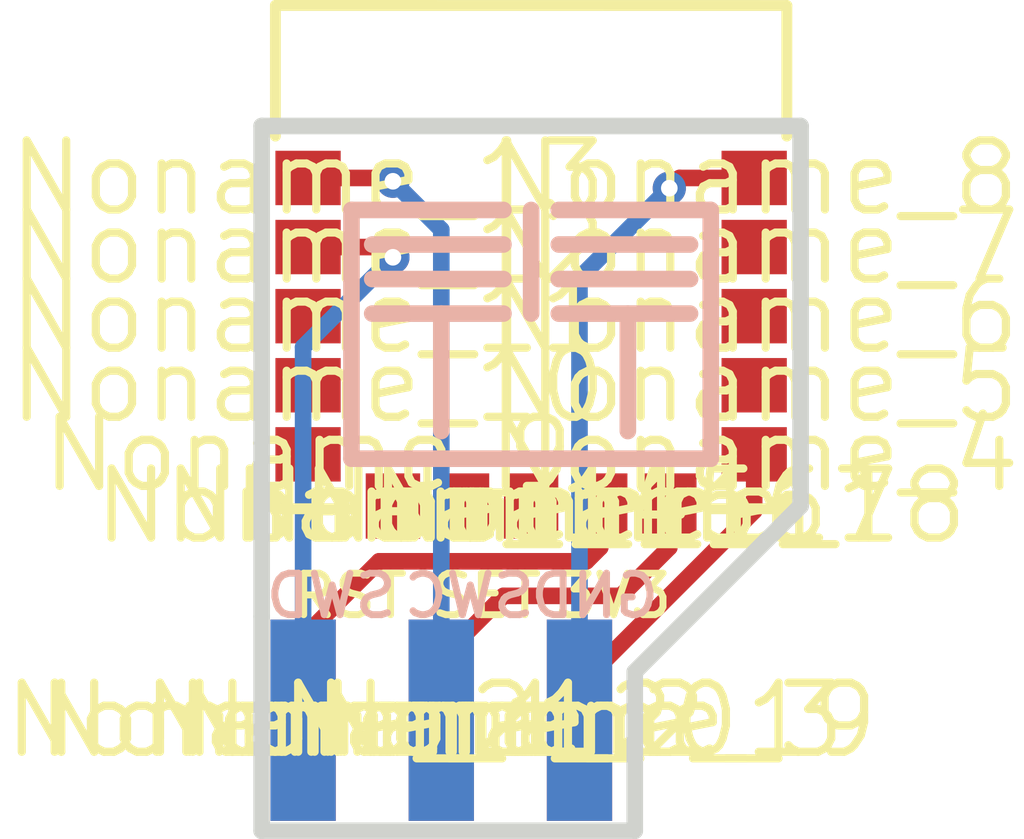
<source format=kicad_pcb>

(kicad_pcb
  (version 20171130)
  (host pcbnew 5.1.6-c6e7f7d~86~ubuntu18.04.1)
  (general
    (thickness 1.6)
    (drawings 21)
    (tracks 28)
    (zones 0)
    (modules 22)
    (nets 7))
  (page A4)
  (layers
    (0 F.Cu signal)
    (31 B.Cu signal)
    (32 B.Adhes user)
    (33 F.Adhes user)
    (34 B.Paste user)
    (35 F.Paste user)
    (36 B.SilkS user)
    (37 F.SilkS user)
    (38 B.Mask user)
    (39 F.Mask user)
    (40 Dwgs.User user)
    (41 Cmts.User user hide)
    (42 Eco1.User user)
    (43 Eco2.User user)
    (44 Edge.Cuts user)
    (45 Margin user)
    (46 B.CrtYd user)
    (47 F.CrtYd user)
    (48 B.Fab user hide)
    (49 F.Fab user hide))
  (setup
    (last_trace_width 0.25)
    (trace_clearance 0.2)
    (zone_clearance 0.508)
    (zone_45_only no)
    (trace_min 0.2)
    (via_size 0.8)
    (via_drill 0.4)
    (via_min_size 0.4)
    (via_min_drill 0.3)
    (uvia_size 0.3)
    (uvia_drill 0.1)
    (uvias_allowed no)
    (uvia_min_size 0.2)
    (uvia_min_drill 0.1)
    (edge_width 0.05)
    (segment_width 0.2)
    (pcb_text_width 0.3)
    (pcb_text_size 1.5 1.5)
    (mod_edge_width 0.12)
    (mod_text_size 1 1)
    (mod_text_width 0.15)
    (pad_size 1.524 1.524)
    (pad_drill 0.762)
    (pad_to_mask_clearance 0.05)
    (aux_axis_origin 0 0)
    (visible_elements FFFFFF7F)
    (pcbplotparams
      (layerselection 0x010fc_ffffffff)
      (usegerberextensions false)
      (usegerberattributes true)
      (usegerberadvancedattributes true)
      (creategerberjobfile true)
      (excludeedgelayer true)
      (linewidth 0.1)
      (plotframeref false)
      (viasonmask false)
      (mode 1)
      (useauxorigin false)
      (hpglpennumber 1)
      (hpglpenspeed 20)
      (hpglpendiameter 15.0)
      (psnegative false)
      (psa4output false)
      (plotreference true)
      (plotvalue true)
      (plotinvisibletext false)
      (padsonsilk false)
      (subtractmaskfromsilk false)
      (outputformat 1)
      (mirror false)
      (drillshape 1)
      (scaleselection 1)
      (outputdirectory "")))
  (net 0 "")
  (net 1 S$354)
  (net 2 S$350)
  (net 3 S$346)
  (net 4 S$340)
  (net 5 S$342)
  (net 6 S$344)
  (net_class Default "This is the default net class."
    (clearance 0.2)
    (trace_width 0.25)
    (via_dia 0.8)
    (via_drill 0.4)
    (uvia_dia 0.3)
    (uvia_drill 0.1)
    (add_net S$340)
    (add_net S$342)
    (add_net S$344)
    (add_net S$346)
    (add_net S$350)
    (add_net S$354))
  (module AutoGenerated:Pad_3.70mm
    (layer F.Cu)
    (tedit 0)
    (tstamp 0)
    (at 37.846 46.228)
    (attr virtual)
    (fp_text reference Noname_21
      (at 0 0)
      (layer F.SilkS)
      (effects
        (font
          (size 1.27 1.27)
          (thickness 0.15))))
    (fp_text value ""
      (at 0 0)
      (layer F.SilkS)
      (effects
        (font
          (size 1.27 1.27)
          (thickness 0.15))))
    (pad 1 smd rect
      (at 0 0 90)
      (size 3.7 1.2)
      (layers F.Cu F.Paste F.Mask)
      (net 4 S$340)))
  (module AutoGenerated:Pad_3.70mm
    (layer F.Cu)
    (tedit 0)
    (tstamp 0)
    (at 40.386 46.228)
    (attr virtual)
    (fp_text reference Noname_20
      (at 0 0)
      (layer F.SilkS)
      (effects
        (font
          (size 1.27 1.27)
          (thickness 0.15))))
    (fp_text value ""
      (at 0 0)
      (layer F.SilkS)
      (effects
        (font
          (size 1.27 1.27)
          (thickness 0.15))))
    (pad 1 smd rect
      (at 0 0 90)
      (size 3.7 1.2)
      (layers F.Cu F.Paste F.Mask)
      (net 5 S$342)))
  (module AutoGenerated:Pad_3.70mm
    (layer F.Cu)
    (tedit 0)
    (tstamp 0)
    (at 42.926 46.228)
    (attr virtual)
    (fp_text reference Noname_19
      (at 0 0)
      (layer F.SilkS)
      (effects
        (font
          (size 1.27 1.27)
          (thickness 0.15))))
    (fp_text value ""
      (at 0 0)
      (layer F.SilkS)
      (effects
        (font
          (size 1.27 1.27)
          (thickness 0.15))))
    (pad 1 smd rect
      (at 0 0 90)
      (size 3.7 1.2)
      (layers F.Cu F.Paste F.Mask)
      (net 6 S$344)))
  (module AutoGenerated:Pad_1.20mm
    (layer F.Cu)
    (tedit 0)
    (tstamp 0)
    (at 44.577 42.291)
    (attr virtual)
    (fp_text reference Noname_18
      (at 0 0)
      (layer F.SilkS)
      (effects
        (font
          (size 1.27 1.27)
          (thickness 0.15))))
    (fp_text value ""
      (at 0 0)
      (layer F.SilkS)
      (effects
        (font
          (size 1.27 1.27)
          (thickness 0.15))))
    (pad 15 smd rect
      (at 0 0 270)
      (size 1.2 1)
      (layers F.Cu F.Paste F.Mask)
      (net 5 S$342)))
  (module AutoGenerated:Pad_1.20mm
    (layer F.Cu)
    (tedit 0)
    (tstamp 0)
    (at 43.307 42.291)
    (attr virtual)
    (fp_text reference Noname_17
      (at 0 0)
      (layer F.SilkS)
      (effects
        (font
          (size 1.27 1.27)
          (thickness 0.15))))
    (fp_text value ""
      (at 0 0)
      (layer F.SilkS)
      (effects
        (font
          (size 1.27 1.27)
          (thickness 0.15))))
    (pad 14 smd rect
      (at 0 0 270)
      (size 1.2 1)
      (layers F.Cu F.Paste F.Mask)
      (net 4 S$340)))
  (module AutoGenerated:Pad_1.20mm
    (layer F.Cu)
    (tedit 0)
    (tstamp 0)
    (at 42.037 42.291)
    (attr virtual)
    (fp_text reference Noname_16
      (at 0 0)
      (layer F.SilkS)
      (effects
        (font
          (size 1.27 1.27)
          (thickness 0.15))))
    (fp_text value ""
      (at 0 0)
      (layer F.SilkS)
      (effects
        (font
          (size 1.27 1.27)
          (thickness 0.15))))
    (pad 13 smd rect
      (at 0 0 270)
      (size 1.2 1)
      (layers F.Cu F.Paste F.Mask)))
  (module AutoGenerated:Pad_1.20mm
    (layer F.Cu)
    (tedit 0)
    (tstamp 0)
    (at 40.767 42.291)
    (attr virtual)
    (fp_text reference Noname_15
      (at 0 0)
      (layer F.SilkS)
      (effects
        (font
          (size 1.27 1.27)
          (thickness 0.15))))
    (fp_text value ""
      (at 0 0)
      (layer F.SilkS)
      (effects
        (font
          (size 1.27 1.27)
          (thickness 0.15))))
    (pad 12 smd rect
      (at 0 0 270)
      (size 1.2 1)
      (layers F.Cu F.Paste F.Mask)))
  (module AutoGenerated:Pad_1.20mm
    (layer F.Cu)
    (tedit 0)
    (tstamp 0)
    (at 39.497 42.291)
    (attr virtual)
    (fp_text reference Noname_14
      (at 0 0)
      (layer F.SilkS)
      (effects
        (font
          (size 1.27 1.27)
          (thickness 0.15))))
    (fp_text value ""
      (at 0 0)
      (layer F.SilkS)
      (effects
        (font
          (size 1.27 1.27)
          (thickness 0.15))))
    (pad 11 smd rect
      (at 0 0 270)
      (size 1.2 1)
      (layers F.Cu F.Paste F.Mask)))
  (module AutoGenerated:Pad_1.20mm
    (layer F.Cu)
    (tedit 0)
    (tstamp 0)
    (at 37.937 36.261)
    (attr virtual)
    (fp_text reference Noname_13
      (at 0 0)
      (layer F.SilkS)
      (effects
        (font
          (size 1.27 1.27)
          (thickness 0.15))))
    (fp_text value ""
      (at 0 0)
      (layer F.SilkS)
      (effects
        (font
          (size 1.27 1.27)
          (thickness 0.15))))
    (pad 1 smd rect
      (at 0 0)
      (size 1.2 1)
      (layers F.Cu F.Paste F.Mask)
      (net 2 S$350)))
  (module AutoGenerated:Pad_1.20mm
    (layer F.Cu)
    (tedit 0)
    (tstamp 0)
    (at 37.937 37.531)
    (attr virtual)
    (fp_text reference Noname_12
      (at 0 0)
      (layer F.SilkS)
      (effects
        (font
          (size 1.27 1.27)
          (thickness 0.15))))
    (fp_text value ""
      (at 0 0)
      (layer F.SilkS)
      (effects
        (font
          (size 1.27 1.27)
          (thickness 0.15))))
    (pad 2 smd rect
      (at 0 0)
      (size 1.2 1)
      (layers F.Cu F.Paste F.Mask)
      (net 3 S$346)))
  (module AutoGenerated:Pad_1.20mm
    (layer F.Cu)
    (tedit 0)
    (tstamp 0)
    (at 37.937 38.801)
    (attr virtual)
    (fp_text reference Noname_11
      (at 0 0)
      (layer F.SilkS)
      (effects
        (font
          (size 1.27 1.27)
          (thickness 0.15))))
    (fp_text value ""
      (at 0 0)
      (layer F.SilkS)
      (effects
        (font
          (size 1.27 1.27)
          (thickness 0.15))))
    (pad 3 smd rect
      (at 0 0)
      (size 1.2 1)
      (layers F.Cu F.Paste F.Mask)))
  (module AutoGenerated:Pad_1.20mm
    (layer F.Cu)
    (tedit 0)
    (tstamp 0)
    (at 37.937 40.071)
    (attr virtual)
    (fp_text reference Noname_10
      (at 0 0)
      (layer F.SilkS)
      (effects
        (font
          (size 1.27 1.27)
          (thickness 0.15))))
    (fp_text value ""
      (at 0 0)
      (layer F.SilkS)
      (effects
        (font
          (size 1.27 1.27)
          (thickness 0.15))))
    (pad 4 smd rect
      (at 0 0)
      (size 1.2 1)
      (layers F.Cu F.Paste F.Mask)))
  (module AutoGenerated:Pad_1.20mm
    (layer F.Cu)
    (tedit 0)
    (tstamp 0)
    (at 37.937 41.341)
    (attr virtual)
    (fp_text reference Noname_9
      (at 0 0)
      (layer F.SilkS)
      (effects
        (font
          (size 1.27 1.27)
          (thickness 0.15))))
    (fp_text value ""
      (at 0 0)
      (layer F.SilkS)
      (effects
        (font
          (size 1.27 1.27)
          (thickness 0.15))))
    (pad 5 smd rect
      (at 0 0)
      (size 1.2 1)
      (layers F.Cu F.Paste F.Mask))
    (model ${KIPRJMOD}/models/Holyiot_TinyBLE_nRF52832.stp
      (offset
        (xyz -0.6 -1.25 0.4))
      (scale
        (xyz 1 1 1))
      (rotate
        (xyz 0 0 0))))
  (module AutoGenerated:Pad_1.20mm
    (layer F.Cu)
    (tedit 0)
    (tstamp 0)
    (at 46.137 36.261)
    (attr virtual)
    (fp_text reference Noname_8
      (at 0 0)
      (layer F.SilkS)
      (effects
        (font
          (size 1.27 1.27)
          (thickness 0.15))))
    (fp_text value ""
      (at 0 0)
      (layer F.SilkS)
      (effects
        (font
          (size 1.27 1.27)
          (thickness 0.15))))
    (pad 6 smd rect
      (at 0 0)
      (size 1.2 1)
      (layers F.Cu F.Paste F.Mask)
      (net 1 S$354)))
  (module AutoGenerated:Pad_1.20mm
    (layer F.Cu)
    (tedit 0)
    (tstamp 0)
    (at 46.137 37.531)
    (attr virtual)
    (fp_text reference Noname_7
      (at 0 0)
      (layer F.SilkS)
      (effects
        (font
          (size 1.27 1.27)
          (thickness 0.15))))
    (fp_text value ""
      (at 0 0)
      (layer F.SilkS)
      (effects
        (font
          (size 1.27 1.27)
          (thickness 0.15))))
    (pad 7 smd rect
      (at 0 0)
      (size 1.2 1)
      (layers F.Cu F.Paste F.Mask)))
  (module AutoGenerated:Pad_1.20mm
    (layer F.Cu)
    (tedit 0)
    (tstamp 0)
    (at 46.137 38.801)
    (attr virtual)
    (fp_text reference Noname_6
      (at 0 0)
      (layer F.SilkS)
      (effects
        (font
          (size 1.27 1.27)
          (thickness 0.15))))
    (fp_text value ""
      (at 0 0)
      (layer F.SilkS)
      (effects
        (font
          (size 1.27 1.27)
          (thickness 0.15))))
    (pad 8 smd rect
      (at 0 0)
      (size 1.2 1)
      (layers F.Cu F.Paste F.Mask)))
  (module AutoGenerated:Pad_1.20mm
    (layer F.Cu)
    (tedit 0)
    (tstamp 0)
    (at 46.137 40.071)
    (attr virtual)
    (fp_text reference Noname_5
      (at 0 0)
      (layer F.SilkS)
      (effects
        (font
          (size 1.27 1.27)
          (thickness 0.15))))
    (fp_text value ""
      (at 0 0)
      (layer F.SilkS)
      (effects
        (font
          (size 1.27 1.27)
          (thickness 0.15))))
    (pad 9 smd rect
      (at 0 0)
      (size 1.2 1)
      (layers F.Cu F.Paste F.Mask)))
  (module AutoGenerated:Pad_1.20mm
    (layer F.Cu)
    (tedit 0)
    (tstamp 0)
    (at 46.137 41.341)
    (attr virtual)
    (fp_text reference Noname_4
      (at 0 0)
      (layer F.SilkS)
      (effects
        (font
          (size 1.27 1.27)
          (thickness 0.15))))
    (fp_text value ""
      (at 0 0)
      (layer F.SilkS)
      (effects
        (font
          (size 1.27 1.27)
          (thickness 0.15))))
    (pad 10 smd rect
      (at 0 0)
      (size 1.2 1)
      (layers F.Cu F.Paste F.Mask)
      (net 6 S$344)))
  (module AutoGenerated:Pad_3.70mm
    (layer F.Cu)
    (tedit 0)
    (tstamp 0)
    (at 42.926 46.228)
    (attr virtual)
    (fp_text reference Noname_3
      (at 0 0)
      (layer F.SilkS)
      (effects
        (font
          (size 1.27 1.27)
          (thickness 0.15))))
    (fp_text value ""
      (at 0 0)
      (layer F.SilkS)
      (effects
        (font
          (size 1.27 1.27)
          (thickness 0.15))))
    (pad 1 smd rect
      (at 0 0 90)
      (size 3.7 1.2)
      (layers B.Cu B.Paste B.Mask)
      (net 1 S$354)))
  (module AutoGenerated:Pad_3.70mm
    (layer F.Cu)
    (tedit 0)
    (tstamp 0)
    (at 40.386 46.228)
    (attr virtual)
    (fp_text reference Noname_2
      (at 0 0)
      (layer F.SilkS)
      (effects
        (font
          (size 1.27 1.27)
          (thickness 0.15))))
    (fp_text value ""
      (at 0 0)
      (layer F.SilkS)
      (effects
        (font
          (size 1.27 1.27)
          (thickness 0.15))))
    (pad 1 smd rect
      (at 0 0 90)
      (size 3.7 1.2)
      (layers B.Cu B.Paste B.Mask)
      (net 2 S$350)))
  (module AutoGenerated:Pad_3.70mm
    (layer F.Cu)
    (tedit 0)
    (tstamp 0)
    (at 37.846 46.228)
    (attr virtual)
    (fp_text reference Noname_1
      (at 0 0)
      (layer F.SilkS)
      (effects
        (font
          (size 1.27 1.27)
          (thickness 0.15))))
    (fp_text value ""
      (at 0 0)
      (layer F.SilkS)
      (effects
        (font
          (size 1.27 1.27)
          (thickness 0.15))))
    (pad 1 smd rect
      (at 0 0 90)
      (size 3.7 1.2)
      (layers B.Cu B.Paste B.Mask)
      (net 3 S$346)))
  (module easyeda:gge4630
    (layer F.Cu)
    (tedit 0)
    (tstamp 0)
    (at 42.037 37.719)
    (fp_text reference LG1
      (at -1.143 3.048)
      (layer Cmts.User)
      (effects
        (font
          (size 1.143 1.143)
          (thickness 0.178))
        (justify left)))
    (fp_text value my_logo
      (at 0 -3.41)
      (layer B.Fab) hide
      (effects
        (font
          (size 1.143 1.143)
          (thickness 0.178))
        (justify left mirror)))
    (fp_text user gge4630
      (at 0 0)
      (layer Cmts.User)
      (effects
        (font
          (size 1 1)
          (thickness 0.15))))
    (fp_line
      (start -0.508 -0.87)
      (end -3.302 -0.87)
      (layer B.SilkS)
      (width 0.305))
    (fp_line
      (start -3.302 -0.87)
      (end -3.302 3.702)
      (layer B.SilkS)
      (width 0.305))
    (fp_line
      (start 3.302 3.702)
      (end -3.302 3.702)
      (layer B.SilkS)
      (width 0.305))
    (fp_line
      (start 3.302 -0.87)
      (end 3.302 3.702)
      (layer B.SilkS)
      (width 0.305))
    (fp_line
      (start 3.302 -0.87)
      (end 0.508 -0.87)
      (layer B.SilkS)
      (width 0.305))
    (fp_line
      (start 0 -0.87)
      (end 0 1.035)
      (layer B.SilkS)
      (width 0.305))
    (fp_line
      (start 1.778 1.035)
      (end 1.778 3.194)
      (layer B.SilkS)
      (width 0.305))
    (fp_line
      (start 2.921 1.035)
      (end 0.508 1.035)
      (layer B.SilkS)
      (width 0.305))
    (fp_line
      (start -0.508 -0.235)
      (end -2.921 -0.235)
      (layer B.SilkS)
      (width 0.305))
    (fp_line
      (start 2.921 -0.235)
      (end 0.508 -0.235)
      (layer B.SilkS)
      (width 0.305))
    (fp_line
      (start -1.651 1.035)
      (end -1.651 3.194)
      (layer B.SilkS)
      (width 0.305))
    (fp_line
      (start -0.508 1.035)
      (end -2.921 1.035)
      (layer B.SilkS)
      (width 0.305))
    (fp_line
      (start 2.921 0.4)
      (end 0.508 0.4)
      (layer B.SilkS)
      (width 0.305))
    (fp_line
      (start -0.508 0.4)
      (end -2.921 0.4)
      (layer B.SilkS)
      (width 0.305)))
  (gr_line
    (start 37.084 35.306)
    (end 46.99 35.306)
    (layer Edge.Cuts)
    (width 0.305))
  (gr_line
    (start 46.99 35.306)
    (end 46.99 42.291)
    (layer Edge.Cuts)
    (width 0.305))
  (gr_line
    (start 46.99 42.291)
    (end 43.942 45.339)
    (layer Edge.Cuts)
    (width 0.305))
  (gr_line
    (start 43.942 45.339)
    (end 43.942 48.26)
    (layer Edge.Cuts)
    (width 0.305))
  (gr_line
    (start 43.942 48.26)
    (end 37.084 48.26)
    (layer Edge.Cuts)
    (width 0.305))
  (gr_line
    (start 37.084 48.26)
    (end 37.084 44.323)
    (layer Edge.Cuts)
    (width 0.305))
  (gr_line
    (start 37.084 44.323)
    (end 37.084 35.306)
    (layer Edge.Cuts)
    (width 0.305))
  (gr_line
    (start 37.337 35.341)
    (end 46.738 35.341)
    (layer F.SilkS)
    (width 0.2))
  (gr_line
    (start 37.337 35.491)
    (end 37.337 33.09)
    (layer F.SilkS)
    (width 0.2))
  (gr_line
    (start 37.337 33.09)
    (end 46.737 33.091)
    (layer F.SilkS)
    (width 0.2))
  (gr_line
    (start 46.737 33.091)
    (end 46.737 35.491)
    (layer F.SilkS)
    (width 0.2))
  (gr_line
    (start 37.337 42.111)
    (end 37.337 42.341)
    (layer F.SilkS)
    (width 0.2))
  (gr_line
    (start 37.337 42.341)
    (end 38.727 42.341)
    (layer F.SilkS)
    (width 0.2))
  (gr_line
    (start 46.737 42.111)
    (end 46.737 42.341)
    (layer F.SilkS)
    (width 0.2))
  (gr_line
    (start 46.737 42.341)
    (end 45.347 42.341)
    (layer F.SilkS)
    (width 0.2))
  (gr_text RST
    (at 37.592 43.942)
    (layer F.SilkS)
    (effects
      (font
        (size 0.762 0.762)
        (thickness 0.127))
      (justify left)))
  (gr_text 3V3
    (at 42.418 43.942)
    (layer F.SilkS)
    (effects
      (font
        (size 0.762 0.762)
        (thickness 0.127))
      (justify left)))
  (gr_text SET
    (at 40.132 43.942)
    (layer F.SilkS)
    (effects
      (font
        (size 0.762 0.762)
        (thickness 0.127))
      (justify left)))
  (gr_text SWC
    (at 42.164 43.942)
    (layer B.SilkS)
    (effects
      (font
        (size 0.762 0.762)
        (thickness 0.127))
      (justify left mirror)))
  (gr_text GND
    (at 44.45 43.942)
    (layer B.SilkS)
    (effects
      (font
        (size 0.762 0.762)
        (thickness 0.127))
      (justify left mirror)))
  (gr_text SWD
    (at 39.624 43.942)
    (layer B.SilkS)
    (effects
      (font
        (size 0.762 0.762)
        (thickness 0.127))
      (justify left mirror)))
  (segment
    (start 42.926 46.228)
    (end 42.926 38.1)
    (width 0.305)
    (layer B.Cu)
    (net 1))
  (segment
    (start 42.926 38.1)
    (end 44.577 36.449)
    (width 0.305)
    (layer B.Cu)
    (net 1))
  (segment
    (start 44.577 36.449)
    (end 44.765 36.261)
    (width 0.305)
    (layer F.Cu)
    (net 1))
  (segment
    (start 44.765 36.261)
    (end 46.137 36.261)
    (width 0.305)
    (layer F.Cu)
    (net 1))
  (segment
    (start 40.386 46.228)
    (end 40.386 37.211)
    (width 0.305)
    (layer B.Cu)
    (net 2))
  (segment
    (start 40.386 37.211)
    (end 39.497 36.322)
    (width 0.305)
    (layer B.Cu)
    (net 2))
  (segment
    (start 39.497 36.322)
    (end 39.436 36.261)
    (width 0.305)
    (layer F.Cu)
    (net 2))
  (segment
    (start 39.436 36.261)
    (end 37.937 36.261)
    (width 0.305)
    (layer F.Cu)
    (net 2))
  (segment
    (start 37.846 46.228)
    (end 37.846 39.37)
    (width 0.305)
    (layer B.Cu)
    (net 3))
  (segment
    (start 37.846 39.37)
    (end 39.497 37.719)
    (width 0.305)
    (layer B.Cu)
    (net 3))
  (segment
    (start 39.497 37.719)
    (end 39.309 37.531)
    (width 0.305)
    (layer F.Cu)
    (net 3))
  (segment
    (start 39.309 37.531)
    (end 37.937 37.531)
    (width 0.305)
    (layer F.Cu)
    (net 3))
  (segment
    (start 37.846 46.228)
    (end 37.846 44.704)
    (width 0.305)
    (layer F.Cu)
    (net 4))
  (segment
    (start 37.846 44.704)
    (end 39.243 43.307)
    (width 0.305)
    (layer F.Cu)
    (net 4))
  (segment
    (start 39.243 43.307)
    (end 43.053 43.307)
    (width 0.305)
    (layer F.Cu)
    (net 4))
  (segment
    (start 43.053 43.307)
    (end 43.307 43.053)
    (width 0.305)
    (layer F.Cu)
    (net 4))
  (segment
    (start 43.307 43.053)
    (end 43.307 42.291)
    (width 0.305)
    (layer F.Cu)
    (net 4))
  (segment
    (start 40.386 46.228)
    (end 40.386 45.085)
    (width 0.305)
    (layer F.Cu)
    (net 5))
  (segment
    (start 40.386 45.085)
    (end 41.529 43.942)
    (width 0.305)
    (layer F.Cu)
    (net 5))
  (segment
    (start 41.529 43.942)
    (end 43.688 43.942)
    (width 0.305)
    (layer F.Cu)
    (net 5))
  (segment
    (start 43.688 43.942)
    (end 44.577 43.053)
    (width 0.305)
    (layer F.Cu)
    (net 5))
  (segment
    (start 44.577 43.053)
    (end 44.577 42.291)
    (width 0.305)
    (layer F.Cu)
    (net 5))
  (segment
    (start 42.926 46.228)
    (end 42.926 45.593)
    (width 0.305)
    (layer F.Cu)
    (net 6))
  (segment
    (start 42.926 45.593)
    (end 46.137 42.382)
    (width 0.305)
    (layer F.Cu)
    (net 6))
  (segment
    (start 46.137 42.382)
    (end 46.137 41.341)
    (width 0.305)
    (layer F.Cu)
    (net 6))
  (via
    (at 44.577 36.449)
    (size 0.61)
    (drill 0.305)
    (layers F.Cu B.Cu)
    (net 1))
  (via
    (at 39.497 36.322)
    (size 0.61)
    (drill 0.305)
    (layers F.Cu B.Cu)
    (net 2))
  (via
    (at 39.497 37.719)
    (size 0.61)
    (drill 0.305)
    (layers F.Cu B.Cu)
    (net 3)))
</source>
